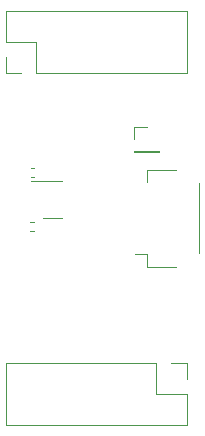
<source format=gbr>
%TF.GenerationSoftware,KiCad,Pcbnew,7.0.5*%
%TF.CreationDate,2024-01-26T22:43:11-05:00*%
%TF.ProjectId,SCD30_ADAPTER,53434433-305f-4414-9441-505445522e6b,rev?*%
%TF.SameCoordinates,Original*%
%TF.FileFunction,Legend,Top*%
%TF.FilePolarity,Positive*%
%FSLAX46Y46*%
G04 Gerber Fmt 4.6, Leading zero omitted, Abs format (unit mm)*
G04 Created by KiCad (PCBNEW 7.0.5) date 2024-01-26 22:43:11*
%MOMM*%
%LPD*%
G01*
G04 APERTURE LIST*
%ADD10C,0.120000*%
G04 APERTURE END LIST*
D10*
%TO.C,R1*%
X144900121Y-101203621D02*
X144564879Y-101203621D01*
X144900121Y-100443621D02*
X144564879Y-100443621D01*
%TO.C,J4*%
X153370000Y-94508621D02*
X155490000Y-94508621D01*
X153370000Y-94448621D02*
X153370000Y-94508621D01*
X153370000Y-92388621D02*
X154430000Y-92388621D01*
X153370000Y-94448621D02*
X155490000Y-94448621D01*
X155490000Y-94448621D02*
X155490000Y-94508621D01*
X153370000Y-93448621D02*
X153370000Y-92388621D01*
%TO.C,J3*%
X154425000Y-103164610D02*
X153435000Y-103164610D01*
X154425000Y-104214610D02*
X154425000Y-103164610D01*
X154425000Y-95994610D02*
X154425000Y-97044610D01*
X156925000Y-95994610D02*
X154425000Y-95994610D01*
X156925000Y-104214610D02*
X154425000Y-104214610D01*
X158895000Y-103044610D02*
X158895000Y-97164610D01*
%TO.C,U1*%
X146460000Y-100114610D02*
X145660000Y-100114610D01*
X146460000Y-96994610D02*
X144660000Y-96994610D01*
X146460000Y-96994610D02*
X147260000Y-96994610D01*
X146460000Y-100114610D02*
X147260000Y-100114610D01*
%TO.C,C1*%
X144868335Y-96608621D02*
X144636665Y-96608621D01*
X144868335Y-95888621D02*
X144636665Y-95888621D01*
%TO.C,J1*%
X142480000Y-87795599D02*
X142480000Y-86465599D01*
X143810000Y-87795599D02*
X142480000Y-87795599D01*
X145080000Y-87795599D02*
X157840000Y-87795599D01*
X145080000Y-87795599D02*
X145080000Y-85195599D01*
X157840000Y-87795599D02*
X157840000Y-82595599D01*
X142480000Y-85195599D02*
X142480000Y-82595599D01*
X145080000Y-85195599D02*
X142480000Y-85195599D01*
X142480000Y-82595599D02*
X157840000Y-82595599D01*
%TO.C,J2*%
X157840000Y-112413621D02*
X157840000Y-113743621D01*
X156510000Y-112413621D02*
X157840000Y-112413621D01*
X155240000Y-112413621D02*
X142480000Y-112413621D01*
X155240000Y-112413621D02*
X155240000Y-115013621D01*
X142480000Y-112413621D02*
X142480000Y-117613621D01*
X157840000Y-115013621D02*
X157840000Y-117613621D01*
X155240000Y-115013621D02*
X157840000Y-115013621D01*
X157840000Y-117613621D02*
X142480000Y-117613621D01*
%TD*%
M02*

</source>
